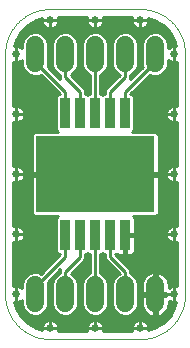
<source format=gtl>
G75*
%MOIN*%
%OFA0B0*%
%FSLAX25Y25*%
%IPPOS*%
%LPD*%
%AMOC8*
5,1,8,0,0,1.08239X$1,22.5*
%
%ADD10C,0.00394*%
%ADD11R,0.03400X0.10200*%
%ADD12R,0.39370X0.25197*%
%ADD13C,0.02362*%
%ADD14C,0.06000*%
%ADD15C,0.00984*%
%ADD16C,0.02559*%
D10*
X0023000Y0023933D02*
X0053000Y0023933D01*
X0053362Y0023937D01*
X0053725Y0023951D01*
X0054087Y0023972D01*
X0054448Y0024003D01*
X0054808Y0024042D01*
X0055167Y0024090D01*
X0055525Y0024147D01*
X0055882Y0024212D01*
X0056237Y0024286D01*
X0056590Y0024369D01*
X0056941Y0024460D01*
X0057289Y0024559D01*
X0057635Y0024667D01*
X0057979Y0024783D01*
X0058319Y0024908D01*
X0058656Y0025040D01*
X0058990Y0025181D01*
X0059321Y0025330D01*
X0059648Y0025487D01*
X0059971Y0025651D01*
X0060290Y0025823D01*
X0060604Y0026003D01*
X0060915Y0026191D01*
X0061220Y0026386D01*
X0061521Y0026588D01*
X0061817Y0026798D01*
X0062107Y0027014D01*
X0062393Y0027238D01*
X0062673Y0027468D01*
X0062947Y0027705D01*
X0063215Y0027949D01*
X0063478Y0028199D01*
X0063734Y0028455D01*
X0063984Y0028718D01*
X0064228Y0028986D01*
X0064465Y0029260D01*
X0064695Y0029540D01*
X0064919Y0029826D01*
X0065135Y0030116D01*
X0065345Y0030412D01*
X0065547Y0030713D01*
X0065742Y0031018D01*
X0065930Y0031329D01*
X0066110Y0031643D01*
X0066282Y0031962D01*
X0066446Y0032285D01*
X0066603Y0032612D01*
X0066752Y0032943D01*
X0066893Y0033277D01*
X0067025Y0033614D01*
X0067150Y0033954D01*
X0067266Y0034298D01*
X0067374Y0034644D01*
X0067473Y0034992D01*
X0067564Y0035343D01*
X0067647Y0035696D01*
X0067721Y0036051D01*
X0067786Y0036408D01*
X0067843Y0036766D01*
X0067891Y0037125D01*
X0067930Y0037485D01*
X0067961Y0037846D01*
X0067982Y0038208D01*
X0067996Y0038571D01*
X0068000Y0038933D01*
X0068000Y0118933D01*
X0067996Y0119295D01*
X0067982Y0119658D01*
X0067961Y0120020D01*
X0067930Y0120381D01*
X0067891Y0120741D01*
X0067843Y0121100D01*
X0067786Y0121458D01*
X0067721Y0121815D01*
X0067647Y0122170D01*
X0067564Y0122523D01*
X0067473Y0122874D01*
X0067374Y0123222D01*
X0067266Y0123568D01*
X0067150Y0123912D01*
X0067025Y0124252D01*
X0066893Y0124589D01*
X0066752Y0124923D01*
X0066603Y0125254D01*
X0066446Y0125581D01*
X0066282Y0125904D01*
X0066110Y0126223D01*
X0065930Y0126537D01*
X0065742Y0126848D01*
X0065547Y0127153D01*
X0065345Y0127454D01*
X0065135Y0127750D01*
X0064919Y0128040D01*
X0064695Y0128326D01*
X0064465Y0128606D01*
X0064228Y0128880D01*
X0063984Y0129148D01*
X0063734Y0129411D01*
X0063478Y0129667D01*
X0063215Y0129917D01*
X0062947Y0130161D01*
X0062673Y0130398D01*
X0062393Y0130628D01*
X0062107Y0130852D01*
X0061817Y0131068D01*
X0061521Y0131278D01*
X0061220Y0131480D01*
X0060915Y0131675D01*
X0060604Y0131863D01*
X0060290Y0132043D01*
X0059971Y0132215D01*
X0059648Y0132379D01*
X0059321Y0132536D01*
X0058990Y0132685D01*
X0058656Y0132826D01*
X0058319Y0132958D01*
X0057979Y0133083D01*
X0057635Y0133199D01*
X0057289Y0133307D01*
X0056941Y0133406D01*
X0056590Y0133497D01*
X0056237Y0133580D01*
X0055882Y0133654D01*
X0055525Y0133719D01*
X0055167Y0133776D01*
X0054808Y0133824D01*
X0054448Y0133863D01*
X0054087Y0133894D01*
X0053725Y0133915D01*
X0053362Y0133929D01*
X0053000Y0133933D01*
X0023000Y0133933D01*
X0022638Y0133929D01*
X0022275Y0133915D01*
X0021913Y0133894D01*
X0021552Y0133863D01*
X0021192Y0133824D01*
X0020833Y0133776D01*
X0020475Y0133719D01*
X0020118Y0133654D01*
X0019763Y0133580D01*
X0019410Y0133497D01*
X0019059Y0133406D01*
X0018711Y0133307D01*
X0018365Y0133199D01*
X0018021Y0133083D01*
X0017681Y0132958D01*
X0017344Y0132826D01*
X0017010Y0132685D01*
X0016679Y0132536D01*
X0016352Y0132379D01*
X0016029Y0132215D01*
X0015710Y0132043D01*
X0015396Y0131863D01*
X0015085Y0131675D01*
X0014780Y0131480D01*
X0014479Y0131278D01*
X0014183Y0131068D01*
X0013893Y0130852D01*
X0013607Y0130628D01*
X0013327Y0130398D01*
X0013053Y0130161D01*
X0012785Y0129917D01*
X0012522Y0129667D01*
X0012266Y0129411D01*
X0012016Y0129148D01*
X0011772Y0128880D01*
X0011535Y0128606D01*
X0011305Y0128326D01*
X0011081Y0128040D01*
X0010865Y0127750D01*
X0010655Y0127454D01*
X0010453Y0127153D01*
X0010258Y0126848D01*
X0010070Y0126537D01*
X0009890Y0126223D01*
X0009718Y0125904D01*
X0009554Y0125581D01*
X0009397Y0125254D01*
X0009248Y0124923D01*
X0009107Y0124589D01*
X0008975Y0124252D01*
X0008850Y0123912D01*
X0008734Y0123568D01*
X0008626Y0123222D01*
X0008527Y0122874D01*
X0008436Y0122523D01*
X0008353Y0122170D01*
X0008279Y0121815D01*
X0008214Y0121458D01*
X0008157Y0121100D01*
X0008109Y0120741D01*
X0008070Y0120381D01*
X0008039Y0120020D01*
X0008018Y0119658D01*
X0008004Y0119295D01*
X0008000Y0118933D01*
X0008000Y0038933D01*
X0008004Y0038571D01*
X0008018Y0038208D01*
X0008039Y0037846D01*
X0008070Y0037485D01*
X0008109Y0037125D01*
X0008157Y0036766D01*
X0008214Y0036408D01*
X0008279Y0036051D01*
X0008353Y0035696D01*
X0008436Y0035343D01*
X0008527Y0034992D01*
X0008626Y0034644D01*
X0008734Y0034298D01*
X0008850Y0033954D01*
X0008975Y0033614D01*
X0009107Y0033277D01*
X0009248Y0032943D01*
X0009397Y0032612D01*
X0009554Y0032285D01*
X0009718Y0031962D01*
X0009890Y0031643D01*
X0010070Y0031329D01*
X0010258Y0031018D01*
X0010453Y0030713D01*
X0010655Y0030412D01*
X0010865Y0030116D01*
X0011081Y0029826D01*
X0011305Y0029540D01*
X0011535Y0029260D01*
X0011772Y0028986D01*
X0012016Y0028718D01*
X0012266Y0028455D01*
X0012522Y0028199D01*
X0012785Y0027949D01*
X0013053Y0027705D01*
X0013327Y0027468D01*
X0013607Y0027238D01*
X0013893Y0027014D01*
X0014183Y0026798D01*
X0014479Y0026588D01*
X0014780Y0026386D01*
X0015085Y0026191D01*
X0015396Y0026003D01*
X0015710Y0025823D01*
X0016029Y0025651D01*
X0016352Y0025487D01*
X0016679Y0025330D01*
X0017010Y0025181D01*
X0017344Y0025040D01*
X0017681Y0024908D01*
X0018021Y0024783D01*
X0018365Y0024667D01*
X0018711Y0024559D01*
X0019059Y0024460D01*
X0019410Y0024369D01*
X0019763Y0024286D01*
X0020118Y0024212D01*
X0020475Y0024147D01*
X0020833Y0024090D01*
X0021192Y0024042D01*
X0021552Y0024003D01*
X0021913Y0023972D01*
X0022275Y0023951D01*
X0022638Y0023937D01*
X0023000Y0023933D01*
D11*
X0028000Y0058586D03*
X0033000Y0058586D03*
X0038000Y0058586D03*
X0043000Y0058586D03*
X0048000Y0058586D03*
X0048000Y0099281D03*
X0043000Y0099281D03*
X0038000Y0099281D03*
X0033000Y0099281D03*
X0028000Y0099281D03*
D12*
X0038000Y0078933D03*
D13*
X0053000Y0078933D03*
X0023000Y0068933D03*
X0023000Y0088933D03*
D14*
X0018000Y0115933D02*
X0018000Y0121933D01*
X0028000Y0121933D02*
X0028000Y0115933D01*
X0038000Y0115933D02*
X0038000Y0121933D01*
X0048000Y0121933D02*
X0048000Y0115933D01*
X0058000Y0115933D02*
X0058000Y0121933D01*
X0058000Y0041933D02*
X0058000Y0035933D01*
X0048000Y0035933D02*
X0048000Y0041933D01*
X0038000Y0041933D02*
X0038000Y0035933D01*
X0028000Y0035933D02*
X0028000Y0041933D01*
X0018000Y0041933D02*
X0018000Y0035933D01*
D15*
X0015486Y0029141D02*
X0018277Y0027530D01*
X0020313Y0026984D01*
X0020228Y0027410D01*
X0020228Y0027683D01*
X0023000Y0027683D01*
X0023000Y0027683D01*
X0025772Y0027683D01*
X0025772Y0027410D01*
X0025665Y0026875D01*
X0025547Y0026591D01*
X0035453Y0026591D01*
X0035335Y0026875D01*
X0035228Y0027410D01*
X0035228Y0027683D01*
X0038000Y0027683D01*
X0038000Y0027683D01*
X0040772Y0027683D01*
X0040772Y0027410D01*
X0040665Y0026875D01*
X0040547Y0026591D01*
X0050453Y0026591D01*
X0050335Y0026875D01*
X0050228Y0027410D01*
X0050228Y0027683D01*
X0053000Y0027683D01*
X0053000Y0027683D01*
X0055772Y0027683D01*
X0055772Y0027410D01*
X0055687Y0026984D01*
X0057723Y0027530D01*
X0060514Y0029141D01*
X0062792Y0031419D01*
X0064403Y0034210D01*
X0064403Y0034210D01*
X0064949Y0036246D01*
X0064523Y0036161D01*
X0064250Y0036161D01*
X0064250Y0038933D01*
X0064250Y0038933D01*
X0064250Y0036161D01*
X0063977Y0036161D01*
X0063442Y0036268D01*
X0062937Y0036477D01*
X0062492Y0036774D01*
X0062492Y0035580D01*
X0062382Y0034881D01*
X0062163Y0034209D01*
X0061842Y0033579D01*
X0061426Y0033007D01*
X0060926Y0032507D01*
X0060354Y0032091D01*
X0059724Y0031770D01*
X0059052Y0031552D01*
X0058492Y0031463D01*
X0058492Y0038441D01*
X0057508Y0038441D01*
X0057508Y0031463D01*
X0056948Y0031552D01*
X0056276Y0031770D01*
X0055646Y0032091D01*
X0055074Y0032507D01*
X0054574Y0033007D01*
X0054158Y0033579D01*
X0053837Y0034209D01*
X0053618Y0034881D01*
X0053508Y0035580D01*
X0053508Y0038441D01*
X0057508Y0038441D01*
X0057508Y0039425D01*
X0053508Y0039425D01*
X0053508Y0042287D01*
X0053618Y0042985D01*
X0053837Y0043657D01*
X0054158Y0044287D01*
X0054574Y0044859D01*
X0055074Y0045359D01*
X0055646Y0045775D01*
X0056276Y0046096D01*
X0056948Y0046315D01*
X0057508Y0046403D01*
X0057508Y0039425D01*
X0058492Y0039425D01*
X0061522Y0039425D01*
X0061478Y0039206D01*
X0061478Y0038933D01*
X0064250Y0038933D01*
X0064250Y0038933D01*
X0061478Y0038933D01*
X0061478Y0038660D01*
X0061522Y0038441D01*
X0058492Y0038441D01*
X0058492Y0039425D01*
X0058492Y0046403D01*
X0059052Y0046315D01*
X0059724Y0046096D01*
X0060354Y0045775D01*
X0060926Y0045359D01*
X0061426Y0044859D01*
X0061842Y0044287D01*
X0062163Y0043657D01*
X0062382Y0042985D01*
X0062492Y0042287D01*
X0062492Y0041092D01*
X0062937Y0041389D01*
X0063442Y0041598D01*
X0063977Y0041705D01*
X0064250Y0041705D01*
X0064250Y0038933D01*
X0064250Y0038933D01*
X0064250Y0041705D01*
X0064523Y0041705D01*
X0065058Y0041598D01*
X0065343Y0041481D01*
X0065343Y0056386D01*
X0065058Y0056268D01*
X0064523Y0056161D01*
X0064250Y0056161D01*
X0064250Y0058933D01*
X0064250Y0058933D01*
X0064250Y0056161D01*
X0063977Y0056161D01*
X0063442Y0056268D01*
X0062937Y0056477D01*
X0062483Y0056780D01*
X0062097Y0057166D01*
X0061794Y0057620D01*
X0061585Y0058125D01*
X0061478Y0058660D01*
X0061478Y0058933D01*
X0064250Y0058933D01*
X0064250Y0058933D01*
X0061478Y0058933D01*
X0061478Y0059206D01*
X0061585Y0059742D01*
X0061794Y0060246D01*
X0062097Y0060700D01*
X0062483Y0061086D01*
X0062937Y0061389D01*
X0063442Y0061598D01*
X0063977Y0061705D01*
X0064250Y0061705D01*
X0064250Y0058933D01*
X0064250Y0058933D01*
X0064250Y0061705D01*
X0064523Y0061705D01*
X0065058Y0061598D01*
X0065343Y0061481D01*
X0065343Y0076386D01*
X0065058Y0076268D01*
X0064523Y0076161D01*
X0064250Y0076161D01*
X0064250Y0078933D01*
X0064250Y0078933D01*
X0064250Y0076161D01*
X0063977Y0076161D01*
X0063442Y0076268D01*
X0062937Y0076477D01*
X0062483Y0076780D01*
X0062097Y0077166D01*
X0061794Y0077620D01*
X0061585Y0078125D01*
X0061478Y0078660D01*
X0061478Y0078933D01*
X0064250Y0078933D01*
X0064250Y0078933D01*
X0061478Y0078933D01*
X0061478Y0079206D01*
X0061585Y0079742D01*
X0061794Y0080246D01*
X0062097Y0080700D01*
X0062483Y0081086D01*
X0062937Y0081389D01*
X0063442Y0081598D01*
X0063977Y0081705D01*
X0064250Y0081705D01*
X0064250Y0078933D01*
X0064250Y0078933D01*
X0064250Y0081705D01*
X0064523Y0081705D01*
X0065058Y0081598D01*
X0065343Y0081481D01*
X0065343Y0096386D01*
X0065058Y0096268D01*
X0064523Y0096161D01*
X0064250Y0096161D01*
X0064250Y0098933D01*
X0064250Y0098933D01*
X0064250Y0096161D01*
X0063977Y0096161D01*
X0063442Y0096268D01*
X0062937Y0096477D01*
X0062483Y0096780D01*
X0062097Y0097166D01*
X0061794Y0097620D01*
X0061585Y0098125D01*
X0061478Y0098660D01*
X0061478Y0098933D01*
X0064250Y0098933D01*
X0064250Y0098933D01*
X0061478Y0098933D01*
X0061478Y0099206D01*
X0061585Y0099742D01*
X0061794Y0100246D01*
X0062097Y0100700D01*
X0062483Y0101086D01*
X0062937Y0101389D01*
X0063442Y0101598D01*
X0063977Y0101705D01*
X0064250Y0101705D01*
X0064250Y0098933D01*
X0064250Y0098933D01*
X0064250Y0101705D01*
X0064523Y0101705D01*
X0065058Y0101598D01*
X0065343Y0101481D01*
X0065343Y0116386D01*
X0065058Y0116268D01*
X0064523Y0116161D01*
X0064250Y0116161D01*
X0064250Y0118933D01*
X0064250Y0118933D01*
X0064250Y0116161D01*
X0063977Y0116161D01*
X0063442Y0116268D01*
X0062937Y0116477D01*
X0062483Y0116780D01*
X0062280Y0116984D01*
X0062280Y0115082D01*
X0061628Y0113509D01*
X0060424Y0112305D01*
X0058851Y0111654D01*
X0057149Y0111654D01*
X0056143Y0112070D01*
X0049772Y0105699D01*
X0049772Y0105660D01*
X0050230Y0105660D01*
X0050980Y0104911D01*
X0050980Y0093651D01*
X0050353Y0093024D01*
X0057881Y0093024D01*
X0058261Y0092922D01*
X0058601Y0092725D01*
X0058879Y0092448D01*
X0059075Y0092107D01*
X0059177Y0091728D01*
X0059177Y0079425D01*
X0055628Y0079425D01*
X0055673Y0079196D01*
X0055673Y0078933D01*
X0053000Y0078933D01*
X0053000Y0078933D01*
X0050327Y0078933D01*
X0050327Y0078670D01*
X0050372Y0078441D01*
X0038492Y0078441D01*
X0038492Y0079425D01*
X0050372Y0079425D01*
X0050327Y0079196D01*
X0050327Y0078933D01*
X0053000Y0078933D01*
X0053000Y0078933D01*
X0055673Y0078933D01*
X0055673Y0078670D01*
X0055628Y0078441D01*
X0059177Y0078441D01*
X0059177Y0066138D01*
X0059075Y0065759D01*
X0058879Y0065418D01*
X0058601Y0065141D01*
X0058261Y0064944D01*
X0057881Y0064843D01*
X0050653Y0064843D01*
X0050894Y0064602D01*
X0051090Y0064262D01*
X0051192Y0063882D01*
X0051192Y0058943D01*
X0048358Y0058943D01*
X0048358Y0058228D01*
X0051192Y0058228D01*
X0051192Y0053289D01*
X0051090Y0052910D01*
X0050894Y0052569D01*
X0050616Y0052292D01*
X0050276Y0052095D01*
X0049896Y0051993D01*
X0048358Y0051993D01*
X0048358Y0058228D01*
X0047642Y0058228D01*
X0047642Y0051993D01*
X0046104Y0051993D01*
X0045724Y0052095D01*
X0045384Y0052292D01*
X0045350Y0052326D01*
X0045230Y0052206D01*
X0044772Y0052206D01*
X0044772Y0052167D01*
X0048734Y0048205D01*
X0049772Y0047167D01*
X0049772Y0045831D01*
X0050424Y0045561D01*
X0051628Y0044357D01*
X0052280Y0042784D01*
X0052280Y0035082D01*
X0051628Y0033509D01*
X0050424Y0032305D01*
X0048851Y0031654D01*
X0047149Y0031654D01*
X0045576Y0032305D01*
X0044372Y0033509D01*
X0043720Y0035082D01*
X0043720Y0042784D01*
X0044372Y0044357D01*
X0045576Y0045561D01*
X0046135Y0045793D01*
X0041228Y0050699D01*
X0041228Y0052206D01*
X0040770Y0052206D01*
X0040500Y0052476D01*
X0040230Y0052206D01*
X0039772Y0052206D01*
X0039772Y0045831D01*
X0040424Y0045561D01*
X0041628Y0044357D01*
X0042280Y0042784D01*
X0042280Y0035082D01*
X0041628Y0033509D01*
X0040424Y0032305D01*
X0038851Y0031654D01*
X0037149Y0031654D01*
X0035576Y0032305D01*
X0034372Y0033509D01*
X0033720Y0035082D01*
X0033720Y0042784D01*
X0034372Y0044357D01*
X0035576Y0045561D01*
X0036228Y0045831D01*
X0036228Y0052206D01*
X0035770Y0052206D01*
X0035500Y0052476D01*
X0035230Y0052206D01*
X0034772Y0052206D01*
X0034772Y0050699D01*
X0029865Y0045793D01*
X0030424Y0045561D01*
X0031628Y0044357D01*
X0032280Y0042784D01*
X0032280Y0035082D01*
X0031628Y0033509D01*
X0030424Y0032305D01*
X0028851Y0031654D01*
X0027149Y0031654D01*
X0025576Y0032305D01*
X0024372Y0033509D01*
X0023720Y0035082D01*
X0023720Y0042784D01*
X0024372Y0044357D01*
X0025576Y0045561D01*
X0026228Y0045831D01*
X0026228Y0047156D01*
X0022156Y0043083D01*
X0022280Y0042784D01*
X0022280Y0035082D01*
X0021628Y0033509D01*
X0020424Y0032305D01*
X0018851Y0031654D01*
X0017149Y0031654D01*
X0015576Y0032305D01*
X0014372Y0033509D01*
X0013720Y0035082D01*
X0013720Y0036984D01*
X0013517Y0036780D01*
X0013063Y0036477D01*
X0012558Y0036268D01*
X0012023Y0036161D01*
X0011750Y0036161D01*
X0011750Y0038933D01*
X0011750Y0038933D01*
X0011750Y0036161D01*
X0011477Y0036161D01*
X0011051Y0036246D01*
X0011597Y0034210D01*
X0013208Y0031419D01*
X0015486Y0029141D01*
X0015847Y0028933D02*
X0020518Y0028933D01*
X0020544Y0028996D02*
X0020335Y0028492D01*
X0020228Y0027956D01*
X0020228Y0027683D01*
X0023000Y0027683D01*
X0023000Y0027683D01*
X0025772Y0027683D01*
X0025772Y0027956D01*
X0025665Y0028492D01*
X0025456Y0028996D01*
X0025153Y0029450D01*
X0024767Y0029836D01*
X0024313Y0030139D01*
X0023808Y0030348D01*
X0023273Y0030455D01*
X0023000Y0030455D01*
X0022727Y0030455D01*
X0022192Y0030348D01*
X0021687Y0030139D01*
X0021233Y0029836D01*
X0020847Y0029450D01*
X0020544Y0028996D01*
X0020228Y0027950D02*
X0017549Y0027950D01*
X0014712Y0029916D02*
X0021353Y0029916D01*
X0023000Y0029916D02*
X0023000Y0029916D01*
X0023000Y0030455D02*
X0023000Y0027683D01*
X0023000Y0027683D01*
X0023000Y0030455D01*
X0023000Y0028933D02*
X0023000Y0028933D01*
X0023000Y0027950D02*
X0023000Y0027950D01*
X0024647Y0029916D02*
X0036353Y0029916D01*
X0036233Y0029836D02*
X0035847Y0029450D01*
X0035544Y0028996D01*
X0035335Y0028492D01*
X0035228Y0027956D01*
X0035228Y0027683D01*
X0038000Y0027683D01*
X0038000Y0027683D01*
X0040772Y0027683D01*
X0040772Y0027956D01*
X0040665Y0028492D01*
X0040456Y0028996D01*
X0040153Y0029450D01*
X0039767Y0029836D01*
X0039313Y0030139D01*
X0038808Y0030348D01*
X0038273Y0030455D01*
X0038000Y0030455D01*
X0037727Y0030455D01*
X0037192Y0030348D01*
X0036687Y0030139D01*
X0036233Y0029836D01*
X0035518Y0028933D02*
X0025482Y0028933D01*
X0025772Y0027950D02*
X0035228Y0027950D01*
X0035316Y0026968D02*
X0025684Y0026968D01*
X0026599Y0031881D02*
X0019401Y0031881D01*
X0020983Y0032864D02*
X0025017Y0032864D01*
X0024232Y0033847D02*
X0021768Y0033847D01*
X0022175Y0034830D02*
X0023825Y0034830D01*
X0023720Y0035812D02*
X0022280Y0035812D01*
X0022280Y0036795D02*
X0023720Y0036795D01*
X0023720Y0037778D02*
X0022280Y0037778D01*
X0022280Y0038761D02*
X0023720Y0038761D01*
X0023720Y0039743D02*
X0022280Y0039743D01*
X0022280Y0040726D02*
X0023720Y0040726D01*
X0023720Y0041709D02*
X0022280Y0041709D01*
X0022280Y0042692D02*
X0023720Y0042692D01*
X0024089Y0043675D02*
X0022747Y0043675D01*
X0023730Y0044657D02*
X0024672Y0044657D01*
X0024712Y0045640D02*
X0025767Y0045640D01*
X0025695Y0046623D02*
X0026228Y0046623D01*
X0028000Y0046433D02*
X0028000Y0038933D01*
X0031911Y0043675D02*
X0034089Y0043675D01*
X0033720Y0042692D02*
X0032280Y0042692D01*
X0032280Y0041709D02*
X0033720Y0041709D01*
X0033720Y0040726D02*
X0032280Y0040726D01*
X0032280Y0039743D02*
X0033720Y0039743D01*
X0033720Y0038761D02*
X0032280Y0038761D01*
X0032280Y0037778D02*
X0033720Y0037778D01*
X0033720Y0036795D02*
X0032280Y0036795D01*
X0032280Y0035812D02*
X0033720Y0035812D01*
X0033825Y0034830D02*
X0032175Y0034830D01*
X0031768Y0033847D02*
X0034232Y0033847D01*
X0035017Y0032864D02*
X0030983Y0032864D01*
X0029401Y0031881D02*
X0036599Y0031881D01*
X0038000Y0030455D02*
X0038000Y0027683D01*
X0038000Y0027683D01*
X0038000Y0030455D01*
X0038000Y0029916D02*
X0038000Y0029916D01*
X0038000Y0028933D02*
X0038000Y0028933D01*
X0038000Y0027950D02*
X0038000Y0027950D01*
X0039647Y0029916D02*
X0051353Y0029916D01*
X0051233Y0029836D02*
X0050847Y0029450D01*
X0050544Y0028996D01*
X0050335Y0028492D01*
X0050228Y0027956D01*
X0050228Y0027683D01*
X0053000Y0027683D01*
X0053000Y0027683D01*
X0055772Y0027683D01*
X0055772Y0027956D01*
X0055665Y0028492D01*
X0055456Y0028996D01*
X0055153Y0029450D01*
X0054767Y0029836D01*
X0054313Y0030139D01*
X0053808Y0030348D01*
X0053273Y0030455D01*
X0053000Y0030455D01*
X0052727Y0030455D01*
X0052192Y0030348D01*
X0051687Y0030139D01*
X0051233Y0029836D01*
X0050518Y0028933D02*
X0040482Y0028933D01*
X0040772Y0027950D02*
X0050228Y0027950D01*
X0050316Y0026968D02*
X0040684Y0026968D01*
X0039401Y0031881D02*
X0046599Y0031881D01*
X0045017Y0032864D02*
X0040983Y0032864D01*
X0041768Y0033847D02*
X0044232Y0033847D01*
X0043825Y0034830D02*
X0042175Y0034830D01*
X0042280Y0035812D02*
X0043720Y0035812D01*
X0043720Y0036795D02*
X0042280Y0036795D01*
X0042280Y0037778D02*
X0043720Y0037778D01*
X0043720Y0038761D02*
X0042280Y0038761D01*
X0042280Y0039743D02*
X0043720Y0039743D01*
X0043720Y0040726D02*
X0042280Y0040726D01*
X0042280Y0041709D02*
X0043720Y0041709D01*
X0043720Y0042692D02*
X0042280Y0042692D01*
X0041911Y0043675D02*
X0044089Y0043675D01*
X0044672Y0044657D02*
X0041328Y0044657D01*
X0040233Y0045640D02*
X0045767Y0045640D01*
X0045305Y0046623D02*
X0039772Y0046623D01*
X0039772Y0047606D02*
X0044322Y0047606D01*
X0043339Y0048588D02*
X0039772Y0048588D01*
X0039772Y0049571D02*
X0042356Y0049571D01*
X0041374Y0050554D02*
X0039772Y0050554D01*
X0039772Y0051537D02*
X0041228Y0051537D01*
X0043000Y0051433D02*
X0048000Y0046433D01*
X0048000Y0038933D01*
X0052280Y0038761D02*
X0057508Y0038761D01*
X0057508Y0039743D02*
X0058492Y0039743D01*
X0058492Y0038761D02*
X0061478Y0038761D01*
X0062492Y0041709D02*
X0065343Y0041709D01*
X0065343Y0042692D02*
X0062428Y0042692D01*
X0062154Y0043675D02*
X0065343Y0043675D01*
X0065343Y0044657D02*
X0061573Y0044657D01*
X0060540Y0045640D02*
X0065343Y0045640D01*
X0065343Y0046623D02*
X0049772Y0046623D01*
X0049333Y0047606D02*
X0065343Y0047606D01*
X0065343Y0048588D02*
X0048350Y0048588D01*
X0047367Y0049571D02*
X0065343Y0049571D01*
X0065343Y0050554D02*
X0046385Y0050554D01*
X0045402Y0051537D02*
X0065343Y0051537D01*
X0065343Y0052519D02*
X0050844Y0052519D01*
X0051192Y0053502D02*
X0065343Y0053502D01*
X0065343Y0054485D02*
X0051192Y0054485D01*
X0051192Y0055468D02*
X0065343Y0055468D01*
X0064250Y0056450D02*
X0064250Y0056450D01*
X0064250Y0057433D02*
X0064250Y0057433D01*
X0064250Y0058416D02*
X0064250Y0058416D01*
X0064250Y0059399D02*
X0064250Y0059399D01*
X0064250Y0060381D02*
X0064250Y0060381D01*
X0064250Y0061364D02*
X0064250Y0061364D01*
X0065343Y0062347D02*
X0051192Y0062347D01*
X0051192Y0061364D02*
X0062900Y0061364D01*
X0061884Y0060381D02*
X0051192Y0060381D01*
X0051192Y0059399D02*
X0061517Y0059399D01*
X0061527Y0058416D02*
X0048358Y0058416D01*
X0048358Y0057433D02*
X0047642Y0057433D01*
X0047642Y0056450D02*
X0048358Y0056450D01*
X0048358Y0055468D02*
X0047642Y0055468D01*
X0047642Y0054485D02*
X0048358Y0054485D01*
X0048358Y0053502D02*
X0047642Y0053502D01*
X0047642Y0052519D02*
X0048358Y0052519D01*
X0051192Y0056450D02*
X0063001Y0056450D01*
X0061919Y0057433D02*
X0051192Y0057433D01*
X0051192Y0063330D02*
X0065343Y0063330D01*
X0065343Y0064313D02*
X0051061Y0064313D01*
X0058756Y0065295D02*
X0065343Y0065295D01*
X0065343Y0066278D02*
X0059177Y0066278D01*
X0059177Y0067261D02*
X0065343Y0067261D01*
X0065343Y0068244D02*
X0059177Y0068244D01*
X0059177Y0069226D02*
X0065343Y0069226D01*
X0065343Y0070209D02*
X0059177Y0070209D01*
X0059177Y0071192D02*
X0065343Y0071192D01*
X0065343Y0072175D02*
X0059177Y0072175D01*
X0059177Y0073157D02*
X0065343Y0073157D01*
X0065343Y0074140D02*
X0059177Y0074140D01*
X0059177Y0075123D02*
X0065343Y0075123D01*
X0065343Y0076106D02*
X0059177Y0076106D01*
X0059177Y0077088D02*
X0062175Y0077088D01*
X0061607Y0078071D02*
X0059177Y0078071D01*
X0059177Y0080037D02*
X0061707Y0080037D01*
X0061478Y0079054D02*
X0055673Y0079054D01*
X0059177Y0081020D02*
X0062417Y0081020D01*
X0064250Y0081020D02*
X0064250Y0081020D01*
X0064250Y0080037D02*
X0064250Y0080037D01*
X0064250Y0079054D02*
X0064250Y0079054D01*
X0064250Y0078071D02*
X0064250Y0078071D01*
X0064250Y0077088D02*
X0064250Y0077088D01*
X0065343Y0082002D02*
X0059177Y0082002D01*
X0059177Y0082985D02*
X0065343Y0082985D01*
X0065343Y0083968D02*
X0059177Y0083968D01*
X0059177Y0084951D02*
X0065343Y0084951D01*
X0065343Y0085933D02*
X0059177Y0085933D01*
X0059177Y0086916D02*
X0065343Y0086916D01*
X0065343Y0087899D02*
X0059177Y0087899D01*
X0059177Y0088882D02*
X0065343Y0088882D01*
X0065343Y0089864D02*
X0059177Y0089864D01*
X0059177Y0090847D02*
X0065343Y0090847D01*
X0065343Y0091830D02*
X0059150Y0091830D01*
X0058450Y0092813D02*
X0065343Y0092813D01*
X0065343Y0093795D02*
X0050980Y0093795D01*
X0050980Y0094778D02*
X0065343Y0094778D01*
X0065343Y0095761D02*
X0050980Y0095761D01*
X0050980Y0096744D02*
X0062538Y0096744D01*
X0061750Y0097727D02*
X0050980Y0097727D01*
X0050980Y0098709D02*
X0061478Y0098709D01*
X0061575Y0099692D02*
X0050980Y0099692D01*
X0050980Y0100675D02*
X0062080Y0100675D01*
X0063740Y0101658D02*
X0050980Y0101658D01*
X0050980Y0102640D02*
X0065343Y0102640D01*
X0065343Y0101658D02*
X0064760Y0101658D01*
X0064250Y0101658D02*
X0064250Y0101658D01*
X0064250Y0100675D02*
X0064250Y0100675D01*
X0064250Y0099692D02*
X0064250Y0099692D01*
X0064250Y0098709D02*
X0064250Y0098709D01*
X0064250Y0097727D02*
X0064250Y0097727D01*
X0064250Y0096744D02*
X0064250Y0096744D01*
X0065343Y0103623D02*
X0050980Y0103623D01*
X0050980Y0104606D02*
X0065343Y0104606D01*
X0065343Y0105589D02*
X0050301Y0105589D01*
X0050644Y0106571D02*
X0065343Y0106571D01*
X0065343Y0107554D02*
X0051627Y0107554D01*
X0052609Y0108537D02*
X0065343Y0108537D01*
X0065343Y0109520D02*
X0053592Y0109520D01*
X0054575Y0110502D02*
X0065343Y0110502D01*
X0065343Y0111485D02*
X0055558Y0111485D01*
X0053495Y0114433D02*
X0052011Y0114433D01*
X0052280Y0115082D02*
X0052280Y0122784D01*
X0051628Y0124357D01*
X0050424Y0125561D01*
X0048851Y0126213D01*
X0047149Y0126213D01*
X0045576Y0125561D01*
X0044372Y0124357D01*
X0043720Y0122784D01*
X0043720Y0115082D01*
X0044372Y0113509D01*
X0045576Y0112305D01*
X0046135Y0112073D01*
X0041228Y0107167D01*
X0041228Y0105660D01*
X0040770Y0105660D01*
X0040500Y0105390D01*
X0040230Y0105660D01*
X0039772Y0105660D01*
X0039772Y0112035D01*
X0040424Y0112305D01*
X0041628Y0113509D01*
X0042280Y0115082D01*
X0042280Y0122784D01*
X0041628Y0124357D01*
X0040424Y0125561D01*
X0038851Y0126213D01*
X0037149Y0126213D01*
X0035576Y0125561D01*
X0034372Y0124357D01*
X0033720Y0122784D01*
X0033720Y0115082D01*
X0034372Y0113509D01*
X0035576Y0112305D01*
X0036228Y0112035D01*
X0036228Y0105660D01*
X0035770Y0105660D01*
X0035500Y0105390D01*
X0035230Y0105660D01*
X0034772Y0105660D01*
X0034772Y0107167D01*
X0029865Y0112073D01*
X0030424Y0112305D01*
X0031628Y0113509D01*
X0032280Y0115082D01*
X0032280Y0122784D01*
X0031628Y0124357D01*
X0030424Y0125561D01*
X0028851Y0126213D01*
X0027149Y0126213D01*
X0025576Y0125561D01*
X0024372Y0124357D01*
X0023720Y0122784D01*
X0023720Y0115082D01*
X0024372Y0113509D01*
X0025576Y0112305D01*
X0026228Y0112035D01*
X0026228Y0110710D01*
X0022156Y0114783D01*
X0022280Y0115082D01*
X0022280Y0122784D01*
X0021628Y0124357D01*
X0020424Y0125561D01*
X0018851Y0126213D01*
X0017149Y0126213D01*
X0015576Y0125561D01*
X0014372Y0124357D01*
X0013720Y0122784D01*
X0013720Y0120882D01*
X0013517Y0121086D01*
X0013063Y0121389D01*
X0012558Y0121598D01*
X0012023Y0121705D01*
X0011750Y0121705D01*
X0011477Y0121705D01*
X0011051Y0121620D01*
X0011597Y0123656D01*
X0013208Y0126447D01*
X0015486Y0128725D01*
X0018277Y0130336D01*
X0020313Y0130882D01*
X0020228Y0130456D01*
X0020228Y0130183D01*
X0020228Y0129910D01*
X0020335Y0129375D01*
X0020544Y0128870D01*
X0020847Y0128416D01*
X0021233Y0128030D01*
X0021687Y0127727D01*
X0022192Y0127518D01*
X0022727Y0127411D01*
X0023000Y0127411D01*
X0023273Y0127411D01*
X0023808Y0127518D01*
X0024313Y0127727D01*
X0024767Y0128030D01*
X0025153Y0128416D01*
X0025456Y0128870D01*
X0025665Y0129375D01*
X0025772Y0129910D01*
X0025772Y0130183D01*
X0023000Y0130183D01*
X0023000Y0127411D01*
X0023000Y0130183D01*
X0023000Y0130183D01*
X0023000Y0130183D01*
X0020228Y0130183D01*
X0023000Y0130183D01*
X0023000Y0130183D01*
X0025772Y0130183D01*
X0025772Y0130456D01*
X0025665Y0130992D01*
X0025547Y0131276D01*
X0035453Y0131276D01*
X0035335Y0130992D01*
X0035228Y0130456D01*
X0035228Y0130183D01*
X0035228Y0129910D01*
X0035335Y0129375D01*
X0035544Y0128870D01*
X0035847Y0128416D01*
X0036233Y0128030D01*
X0036687Y0127727D01*
X0037192Y0127518D01*
X0037727Y0127411D01*
X0038000Y0127411D01*
X0038273Y0127411D01*
X0038808Y0127518D01*
X0039313Y0127727D01*
X0039767Y0128030D01*
X0040153Y0128416D01*
X0040456Y0128870D01*
X0040665Y0129375D01*
X0040772Y0129910D01*
X0040772Y0130183D01*
X0038000Y0130183D01*
X0038000Y0127411D01*
X0038000Y0130183D01*
X0038000Y0130183D01*
X0038000Y0130183D01*
X0035228Y0130183D01*
X0038000Y0130183D01*
X0038000Y0130183D01*
X0040772Y0130183D01*
X0040772Y0130456D01*
X0040665Y0130992D01*
X0040547Y0131276D01*
X0050453Y0131276D01*
X0050335Y0130992D01*
X0050228Y0130456D01*
X0050228Y0130183D01*
X0050228Y0129910D01*
X0050335Y0129375D01*
X0050544Y0128870D01*
X0050847Y0128416D01*
X0051233Y0128030D01*
X0051687Y0127727D01*
X0052192Y0127518D01*
X0052727Y0127411D01*
X0053000Y0127411D01*
X0053273Y0127411D01*
X0053808Y0127518D01*
X0054313Y0127727D01*
X0054767Y0128030D01*
X0055153Y0128416D01*
X0055456Y0128870D01*
X0055665Y0129375D01*
X0055772Y0129910D01*
X0055772Y0130183D01*
X0053000Y0130183D01*
X0053000Y0127411D01*
X0053000Y0130183D01*
X0053000Y0130183D01*
X0053000Y0130183D01*
X0050228Y0130183D01*
X0053000Y0130183D01*
X0053000Y0130183D01*
X0055772Y0130183D01*
X0055772Y0130456D01*
X0055687Y0130882D01*
X0057723Y0130336D01*
X0060514Y0128725D01*
X0062792Y0126447D01*
X0064403Y0123656D01*
X0064949Y0121620D01*
X0064523Y0121705D01*
X0064250Y0121705D01*
X0063977Y0121705D01*
X0063442Y0121598D01*
X0062937Y0121389D01*
X0062483Y0121086D01*
X0062280Y0120882D01*
X0062280Y0122784D01*
X0061628Y0124357D01*
X0060424Y0125561D01*
X0058851Y0126213D01*
X0057149Y0126213D01*
X0055576Y0125561D01*
X0054372Y0124357D01*
X0053720Y0122784D01*
X0053720Y0115082D01*
X0053844Y0114783D01*
X0049772Y0110710D01*
X0049772Y0112035D01*
X0050424Y0112305D01*
X0051628Y0113509D01*
X0052280Y0115082D01*
X0052280Y0115416D02*
X0053720Y0115416D01*
X0053720Y0116399D02*
X0052280Y0116399D01*
X0052280Y0117382D02*
X0053720Y0117382D01*
X0053720Y0118365D02*
X0052280Y0118365D01*
X0052280Y0119347D02*
X0053720Y0119347D01*
X0053720Y0120330D02*
X0052280Y0120330D01*
X0052280Y0121313D02*
X0053720Y0121313D01*
X0053720Y0122296D02*
X0052280Y0122296D01*
X0052075Y0123278D02*
X0053925Y0123278D01*
X0054332Y0124261D02*
X0051668Y0124261D01*
X0050741Y0125244D02*
X0055259Y0125244D01*
X0054929Y0128192D02*
X0061047Y0128192D01*
X0062029Y0127209D02*
X0013971Y0127209D01*
X0013081Y0126227D02*
X0062919Y0126227D01*
X0063486Y0125244D02*
X0060741Y0125244D01*
X0061668Y0124261D02*
X0064054Y0124261D01*
X0064504Y0123278D02*
X0062075Y0123278D01*
X0062280Y0122296D02*
X0064768Y0122296D01*
X0064250Y0121705D02*
X0064250Y0118933D01*
X0064250Y0118933D01*
X0064250Y0121705D01*
X0064250Y0121313D02*
X0064250Y0121313D01*
X0064250Y0120330D02*
X0064250Y0120330D01*
X0064250Y0119347D02*
X0064250Y0119347D01*
X0064250Y0118365D02*
X0064250Y0118365D01*
X0064250Y0117382D02*
X0064250Y0117382D01*
X0064250Y0116399D02*
X0064250Y0116399D01*
X0063125Y0116399D02*
X0062280Y0116399D01*
X0062280Y0115416D02*
X0065343Y0115416D01*
X0065343Y0114433D02*
X0062011Y0114433D01*
X0061570Y0113451D02*
X0065343Y0113451D01*
X0065343Y0112468D02*
X0060587Y0112468D01*
X0058000Y0116433D02*
X0058000Y0118933D01*
X0058000Y0116433D02*
X0048000Y0106433D01*
X0048000Y0099281D01*
X0043000Y0099281D02*
X0043000Y0106433D01*
X0048000Y0111433D01*
X0048000Y0118933D01*
X0043720Y0119347D02*
X0042280Y0119347D01*
X0042280Y0118365D02*
X0043720Y0118365D01*
X0043720Y0117382D02*
X0042280Y0117382D01*
X0042280Y0116399D02*
X0043720Y0116399D01*
X0043720Y0115416D02*
X0042280Y0115416D01*
X0042011Y0114433D02*
X0043989Y0114433D01*
X0044430Y0113451D02*
X0041570Y0113451D01*
X0040587Y0112468D02*
X0045413Y0112468D01*
X0045547Y0111485D02*
X0039772Y0111485D01*
X0039772Y0110502D02*
X0044564Y0110502D01*
X0043581Y0109520D02*
X0039772Y0109520D01*
X0039772Y0108537D02*
X0042598Y0108537D01*
X0041616Y0107554D02*
X0039772Y0107554D01*
X0039772Y0106571D02*
X0041228Y0106571D01*
X0040699Y0105589D02*
X0040301Y0105589D01*
X0036228Y0106571D02*
X0034772Y0106571D01*
X0034384Y0107554D02*
X0036228Y0107554D01*
X0036228Y0108537D02*
X0033402Y0108537D01*
X0032419Y0109520D02*
X0036228Y0109520D01*
X0036228Y0110502D02*
X0031436Y0110502D01*
X0030453Y0111485D02*
X0036228Y0111485D01*
X0035413Y0112468D02*
X0030587Y0112468D01*
X0031570Y0113451D02*
X0034430Y0113451D01*
X0033989Y0114433D02*
X0032011Y0114433D01*
X0032280Y0115416D02*
X0033720Y0115416D01*
X0033720Y0116399D02*
X0032280Y0116399D01*
X0032280Y0117382D02*
X0033720Y0117382D01*
X0033720Y0118365D02*
X0032280Y0118365D01*
X0032280Y0119347D02*
X0033720Y0119347D01*
X0033720Y0120330D02*
X0032280Y0120330D01*
X0032280Y0121313D02*
X0033720Y0121313D01*
X0033720Y0122296D02*
X0032280Y0122296D01*
X0032075Y0123278D02*
X0033925Y0123278D01*
X0034332Y0124261D02*
X0031668Y0124261D01*
X0030741Y0125244D02*
X0035259Y0125244D01*
X0036071Y0128192D02*
X0024929Y0128192D01*
X0025582Y0129175D02*
X0035418Y0129175D01*
X0035228Y0130158D02*
X0025772Y0130158D01*
X0025603Y0131140D02*
X0035397Y0131140D01*
X0038000Y0130158D02*
X0038000Y0130158D01*
X0038000Y0129175D02*
X0038000Y0129175D01*
X0038000Y0128192D02*
X0038000Y0128192D01*
X0039929Y0128192D02*
X0051071Y0128192D01*
X0050418Y0129175D02*
X0040582Y0129175D01*
X0040772Y0130158D02*
X0050228Y0130158D01*
X0050397Y0131140D02*
X0040603Y0131140D01*
X0040741Y0125244D02*
X0045259Y0125244D01*
X0044332Y0124261D02*
X0041668Y0124261D01*
X0042075Y0123278D02*
X0043925Y0123278D01*
X0043720Y0122296D02*
X0042280Y0122296D01*
X0042280Y0121313D02*
X0043720Y0121313D01*
X0043720Y0120330D02*
X0042280Y0120330D01*
X0038000Y0118933D02*
X0038000Y0099281D01*
X0035699Y0105589D02*
X0035301Y0105589D01*
X0033000Y0106433D02*
X0028000Y0111433D01*
X0028000Y0118933D01*
X0023720Y0119347D02*
X0022280Y0119347D01*
X0022280Y0118365D02*
X0023720Y0118365D01*
X0023720Y0117382D02*
X0022280Y0117382D01*
X0022280Y0116399D02*
X0023720Y0116399D01*
X0023720Y0115416D02*
X0022280Y0115416D01*
X0022505Y0114433D02*
X0023989Y0114433D01*
X0024430Y0113451D02*
X0023488Y0113451D01*
X0024471Y0112468D02*
X0025413Y0112468D01*
X0025453Y0111485D02*
X0026228Y0111485D01*
X0023391Y0108537D02*
X0010657Y0108537D01*
X0010657Y0109520D02*
X0022408Y0109520D01*
X0021425Y0110502D02*
X0010657Y0110502D01*
X0010657Y0111485D02*
X0020442Y0111485D01*
X0019857Y0112070D02*
X0026228Y0105699D01*
X0026228Y0105660D01*
X0025770Y0105660D01*
X0025020Y0104911D01*
X0025020Y0093651D01*
X0025647Y0093024D01*
X0018119Y0093024D01*
X0017739Y0092922D01*
X0017399Y0092725D01*
X0017121Y0092448D01*
X0016925Y0092107D01*
X0016823Y0091728D01*
X0016823Y0079425D01*
X0037508Y0079425D01*
X0037508Y0078441D01*
X0016823Y0078441D01*
X0016823Y0066138D01*
X0016925Y0065759D01*
X0017121Y0065418D01*
X0017399Y0065141D01*
X0017739Y0064944D01*
X0018119Y0064843D01*
X0025647Y0064843D01*
X0025020Y0064216D01*
X0025020Y0052956D01*
X0025770Y0052206D01*
X0026228Y0052206D01*
X0026228Y0052167D01*
X0019857Y0045796D01*
X0018851Y0046213D01*
X0017149Y0046213D01*
X0015576Y0045561D01*
X0014372Y0044357D01*
X0013720Y0042784D01*
X0013720Y0040882D01*
X0013517Y0041086D01*
X0013063Y0041389D01*
X0012558Y0041598D01*
X0012023Y0041705D01*
X0011750Y0041705D01*
X0011477Y0041705D01*
X0010942Y0041598D01*
X0010657Y0041481D01*
X0010657Y0056386D01*
X0010942Y0056268D01*
X0011477Y0056161D01*
X0011750Y0056161D01*
X0012023Y0056161D01*
X0012558Y0056268D01*
X0013063Y0056477D01*
X0013517Y0056780D01*
X0013903Y0057166D01*
X0014206Y0057620D01*
X0014415Y0058125D01*
X0014522Y0058660D01*
X0014522Y0058933D01*
X0011750Y0058933D01*
X0011750Y0056161D01*
X0011750Y0058933D01*
X0011750Y0058933D01*
X0011750Y0058933D01*
X0014522Y0058933D01*
X0014522Y0059206D01*
X0014415Y0059742D01*
X0014206Y0060246D01*
X0013903Y0060700D01*
X0013517Y0061086D01*
X0013063Y0061389D01*
X0012558Y0061598D01*
X0012023Y0061705D01*
X0011750Y0061705D01*
X0011477Y0061705D01*
X0010942Y0061598D01*
X0010657Y0061481D01*
X0010657Y0076386D01*
X0010942Y0076268D01*
X0011477Y0076161D01*
X0011750Y0076161D01*
X0012023Y0076161D01*
X0012558Y0076268D01*
X0013063Y0076477D01*
X0013517Y0076780D01*
X0013903Y0077166D01*
X0014206Y0077620D01*
X0014415Y0078125D01*
X0014522Y0078660D01*
X0014522Y0078933D01*
X0011750Y0078933D01*
X0011750Y0076161D01*
X0011750Y0078933D01*
X0011750Y0078933D01*
X0011750Y0078933D01*
X0014522Y0078933D01*
X0014522Y0079206D01*
X0014415Y0079742D01*
X0014206Y0080246D01*
X0013903Y0080700D01*
X0013517Y0081086D01*
X0013063Y0081389D01*
X0012558Y0081598D01*
X0012023Y0081705D01*
X0011750Y0081705D01*
X0011477Y0081705D01*
X0010942Y0081598D01*
X0010657Y0081481D01*
X0010657Y0096386D01*
X0010942Y0096268D01*
X0011477Y0096161D01*
X0011750Y0096161D01*
X0012023Y0096161D01*
X0012558Y0096268D01*
X0013063Y0096477D01*
X0013517Y0096780D01*
X0013903Y0097166D01*
X0014206Y0097620D01*
X0014415Y0098125D01*
X0014522Y0098660D01*
X0014522Y0098933D01*
X0011750Y0098933D01*
X0011750Y0096161D01*
X0011750Y0098933D01*
X0011750Y0098933D01*
X0011750Y0098933D01*
X0014522Y0098933D01*
X0014522Y0099206D01*
X0014415Y0099742D01*
X0014206Y0100246D01*
X0013903Y0100700D01*
X0013517Y0101086D01*
X0013063Y0101389D01*
X0012558Y0101598D01*
X0012023Y0101705D01*
X0011750Y0101705D01*
X0011477Y0101705D01*
X0010942Y0101598D01*
X0010657Y0101481D01*
X0010657Y0116386D01*
X0010942Y0116268D01*
X0011477Y0116161D01*
X0011750Y0116161D01*
X0012023Y0116161D01*
X0012558Y0116268D01*
X0013063Y0116477D01*
X0013517Y0116780D01*
X0013720Y0116984D01*
X0013720Y0115082D01*
X0014372Y0113509D01*
X0015576Y0112305D01*
X0017149Y0111654D01*
X0018851Y0111654D01*
X0019857Y0112070D01*
X0018000Y0116433D02*
X0018000Y0118933D01*
X0018000Y0116433D02*
X0028000Y0106433D01*
X0028000Y0099281D01*
X0025020Y0099692D02*
X0014425Y0099692D01*
X0014522Y0098709D02*
X0025020Y0098709D01*
X0025020Y0097727D02*
X0014250Y0097727D01*
X0013462Y0096744D02*
X0025020Y0096744D01*
X0025020Y0095761D02*
X0010657Y0095761D01*
X0010657Y0094778D02*
X0025020Y0094778D01*
X0025020Y0093795D02*
X0010657Y0093795D01*
X0010657Y0092813D02*
X0017550Y0092813D01*
X0016850Y0091830D02*
X0010657Y0091830D01*
X0010657Y0090847D02*
X0016823Y0090847D01*
X0016823Y0089864D02*
X0010657Y0089864D01*
X0010657Y0088882D02*
X0016823Y0088882D01*
X0016823Y0087899D02*
X0010657Y0087899D01*
X0010657Y0086916D02*
X0016823Y0086916D01*
X0016823Y0085933D02*
X0010657Y0085933D01*
X0010657Y0084951D02*
X0016823Y0084951D01*
X0016823Y0083968D02*
X0010657Y0083968D01*
X0010657Y0082985D02*
X0016823Y0082985D01*
X0016823Y0082002D02*
X0010657Y0082002D01*
X0011750Y0081705D02*
X0011750Y0078933D01*
X0011750Y0078933D01*
X0011750Y0081705D01*
X0011750Y0081020D02*
X0011750Y0081020D01*
X0011750Y0080037D02*
X0011750Y0080037D01*
X0011750Y0079054D02*
X0011750Y0079054D01*
X0011750Y0078071D02*
X0011750Y0078071D01*
X0011750Y0077088D02*
X0011750Y0077088D01*
X0010657Y0076106D02*
X0016823Y0076106D01*
X0016823Y0077088D02*
X0013825Y0077088D01*
X0014393Y0078071D02*
X0016823Y0078071D01*
X0016823Y0080037D02*
X0014293Y0080037D01*
X0014522Y0079054D02*
X0037508Y0079054D01*
X0038492Y0079054D02*
X0050327Y0079054D01*
X0043000Y0058586D02*
X0043000Y0051433D01*
X0038000Y0058586D02*
X0038000Y0038933D01*
X0034672Y0044657D02*
X0031328Y0044657D01*
X0030233Y0045640D02*
X0035767Y0045640D01*
X0036228Y0046623D02*
X0030695Y0046623D01*
X0031678Y0047606D02*
X0036228Y0047606D01*
X0036228Y0048588D02*
X0032661Y0048588D01*
X0033644Y0049571D02*
X0036228Y0049571D01*
X0036228Y0050554D02*
X0034626Y0050554D01*
X0034772Y0051537D02*
X0036228Y0051537D01*
X0033000Y0051433D02*
X0028000Y0046433D01*
X0028000Y0051433D02*
X0018000Y0041433D01*
X0018000Y0038933D01*
X0013720Y0036795D02*
X0013532Y0036795D01*
X0013720Y0035812D02*
X0011168Y0035812D01*
X0011431Y0034830D02*
X0013825Y0034830D01*
X0014232Y0033847D02*
X0011807Y0033847D01*
X0012374Y0032864D02*
X0015017Y0032864D01*
X0016599Y0031881D02*
X0012941Y0031881D01*
X0013729Y0030899D02*
X0062271Y0030899D01*
X0063059Y0031881D02*
X0059943Y0031881D01*
X0058492Y0031881D02*
X0057508Y0031881D01*
X0057508Y0032864D02*
X0058492Y0032864D01*
X0058492Y0033847D02*
X0057508Y0033847D01*
X0057508Y0034830D02*
X0058492Y0034830D01*
X0058492Y0035812D02*
X0057508Y0035812D01*
X0057508Y0036795D02*
X0058492Y0036795D01*
X0058492Y0037778D02*
X0057508Y0037778D01*
X0057508Y0040726D02*
X0058492Y0040726D01*
X0058492Y0041709D02*
X0057508Y0041709D01*
X0057508Y0042692D02*
X0058492Y0042692D01*
X0058492Y0043675D02*
X0057508Y0043675D01*
X0057508Y0044657D02*
X0058492Y0044657D01*
X0058492Y0045640D02*
X0057508Y0045640D01*
X0055460Y0045640D02*
X0050233Y0045640D01*
X0051328Y0044657D02*
X0054427Y0044657D01*
X0053846Y0043675D02*
X0051911Y0043675D01*
X0052280Y0042692D02*
X0053572Y0042692D01*
X0053508Y0041709D02*
X0052280Y0041709D01*
X0052280Y0040726D02*
X0053508Y0040726D01*
X0053508Y0039743D02*
X0052280Y0039743D01*
X0052280Y0037778D02*
X0053508Y0037778D01*
X0053508Y0036795D02*
X0052280Y0036795D01*
X0052280Y0035812D02*
X0053508Y0035812D01*
X0053635Y0034830D02*
X0052175Y0034830D01*
X0051768Y0033847D02*
X0054021Y0033847D01*
X0054716Y0032864D02*
X0050983Y0032864D01*
X0049401Y0031881D02*
X0056057Y0031881D01*
X0054647Y0029916D02*
X0061288Y0029916D01*
X0060153Y0028933D02*
X0055482Y0028933D01*
X0055772Y0027950D02*
X0058451Y0027950D01*
X0061284Y0032864D02*
X0063626Y0032864D01*
X0064193Y0033847D02*
X0061979Y0033847D01*
X0062365Y0034830D02*
X0064569Y0034830D01*
X0064832Y0035812D02*
X0062492Y0035812D01*
X0064250Y0036795D02*
X0064250Y0036795D01*
X0064250Y0037778D02*
X0064250Y0037778D01*
X0064250Y0038761D02*
X0064250Y0038761D01*
X0064250Y0039743D02*
X0064250Y0039743D01*
X0064250Y0040726D02*
X0064250Y0040726D01*
X0053000Y0030455D02*
X0053000Y0027683D01*
X0053000Y0027683D01*
X0053000Y0030455D01*
X0053000Y0029916D02*
X0053000Y0029916D01*
X0053000Y0028933D02*
X0053000Y0028933D01*
X0053000Y0027950D02*
X0053000Y0027950D01*
X0033000Y0051433D02*
X0033000Y0058586D01*
X0028000Y0058586D02*
X0028000Y0051433D01*
X0025598Y0051537D02*
X0010657Y0051537D01*
X0010657Y0052519D02*
X0025457Y0052519D01*
X0025020Y0053502D02*
X0010657Y0053502D01*
X0010657Y0054485D02*
X0025020Y0054485D01*
X0025020Y0055468D02*
X0010657Y0055468D01*
X0011750Y0056450D02*
X0011750Y0056450D01*
X0011750Y0057433D02*
X0011750Y0057433D01*
X0011750Y0058416D02*
X0011750Y0058416D01*
X0011750Y0058933D02*
X0011750Y0061705D01*
X0011750Y0058933D01*
X0011750Y0058933D01*
X0011750Y0059399D02*
X0011750Y0059399D01*
X0011750Y0060381D02*
X0011750Y0060381D01*
X0011750Y0061364D02*
X0011750Y0061364D01*
X0013100Y0061364D02*
X0025020Y0061364D01*
X0025020Y0060381D02*
X0014116Y0060381D01*
X0014483Y0059399D02*
X0025020Y0059399D01*
X0025020Y0058416D02*
X0014473Y0058416D01*
X0014081Y0057433D02*
X0025020Y0057433D01*
X0025020Y0056450D02*
X0012999Y0056450D01*
X0010657Y0050554D02*
X0024615Y0050554D01*
X0023633Y0049571D02*
X0010657Y0049571D01*
X0010657Y0048588D02*
X0022650Y0048588D01*
X0021667Y0047606D02*
X0010657Y0047606D01*
X0010657Y0046623D02*
X0020684Y0046623D01*
X0015766Y0045640D02*
X0010657Y0045640D01*
X0010657Y0044657D02*
X0014672Y0044657D01*
X0014089Y0043675D02*
X0010657Y0043675D01*
X0010657Y0042692D02*
X0013720Y0042692D01*
X0013720Y0041709D02*
X0010657Y0041709D01*
X0011750Y0041705D02*
X0011750Y0038933D01*
X0011750Y0038933D01*
X0011750Y0041705D01*
X0011750Y0040726D02*
X0011750Y0040726D01*
X0011750Y0039743D02*
X0011750Y0039743D01*
X0011750Y0038761D02*
X0011750Y0038761D01*
X0011750Y0037778D02*
X0011750Y0037778D01*
X0011750Y0036795D02*
X0011750Y0036795D01*
X0010657Y0062347D02*
X0025020Y0062347D01*
X0025020Y0063330D02*
X0010657Y0063330D01*
X0010657Y0064313D02*
X0025117Y0064313D01*
X0017244Y0065295D02*
X0010657Y0065295D01*
X0010657Y0066278D02*
X0016823Y0066278D01*
X0016823Y0067261D02*
X0010657Y0067261D01*
X0010657Y0068244D02*
X0016823Y0068244D01*
X0016823Y0069226D02*
X0010657Y0069226D01*
X0010657Y0070209D02*
X0016823Y0070209D01*
X0016823Y0071192D02*
X0010657Y0071192D01*
X0010657Y0072175D02*
X0016823Y0072175D01*
X0016823Y0073157D02*
X0010657Y0073157D01*
X0010657Y0074140D02*
X0016823Y0074140D01*
X0016823Y0075123D02*
X0010657Y0075123D01*
X0013583Y0081020D02*
X0016823Y0081020D01*
X0011750Y0096744D02*
X0011750Y0096744D01*
X0011750Y0097727D02*
X0011750Y0097727D01*
X0011750Y0098709D02*
X0011750Y0098709D01*
X0011750Y0098933D02*
X0011750Y0101705D01*
X0011750Y0098933D01*
X0011750Y0098933D01*
X0011750Y0099692D02*
X0011750Y0099692D01*
X0011750Y0100675D02*
X0011750Y0100675D01*
X0011750Y0101658D02*
X0011750Y0101658D01*
X0012260Y0101658D02*
X0025020Y0101658D01*
X0025020Y0102640D02*
X0010657Y0102640D01*
X0010657Y0101658D02*
X0011240Y0101658D01*
X0010657Y0103623D02*
X0025020Y0103623D01*
X0025020Y0104606D02*
X0010657Y0104606D01*
X0010657Y0105589D02*
X0025699Y0105589D01*
X0025356Y0106571D02*
X0010657Y0106571D01*
X0010657Y0107554D02*
X0024373Y0107554D01*
X0025020Y0100675D02*
X0013920Y0100675D01*
X0015413Y0112468D02*
X0010657Y0112468D01*
X0010657Y0113451D02*
X0014430Y0113451D01*
X0013989Y0114433D02*
X0010657Y0114433D01*
X0010657Y0115416D02*
X0013720Y0115416D01*
X0013720Y0116399D02*
X0012875Y0116399D01*
X0011750Y0116399D02*
X0011750Y0116399D01*
X0011750Y0116161D02*
X0011750Y0118933D01*
X0011750Y0118933D01*
X0011750Y0116161D01*
X0011750Y0117382D02*
X0011750Y0117382D01*
X0011750Y0118365D02*
X0011750Y0118365D01*
X0011750Y0118933D02*
X0011750Y0121705D01*
X0011750Y0118933D01*
X0011750Y0118933D01*
X0011750Y0119347D02*
X0011750Y0119347D01*
X0011750Y0120330D02*
X0011750Y0120330D01*
X0011750Y0121313D02*
X0011750Y0121313D01*
X0011232Y0122296D02*
X0013720Y0122296D01*
X0013720Y0121313D02*
X0013177Y0121313D01*
X0013925Y0123278D02*
X0011496Y0123278D01*
X0011946Y0124261D02*
X0014332Y0124261D01*
X0015259Y0125244D02*
X0012514Y0125244D01*
X0014953Y0128192D02*
X0021071Y0128192D01*
X0020418Y0129175D02*
X0016266Y0129175D01*
X0017968Y0130158D02*
X0020228Y0130158D01*
X0023000Y0130158D02*
X0023000Y0130158D01*
X0023000Y0129175D02*
X0023000Y0129175D01*
X0023000Y0128192D02*
X0023000Y0128192D01*
X0020741Y0125244D02*
X0025259Y0125244D01*
X0024332Y0124261D02*
X0021668Y0124261D01*
X0022075Y0123278D02*
X0023925Y0123278D01*
X0023720Y0122296D02*
X0022280Y0122296D01*
X0022280Y0121313D02*
X0023720Y0121313D01*
X0023720Y0120330D02*
X0022280Y0120330D01*
X0033000Y0106433D02*
X0033000Y0099281D01*
X0049772Y0111485D02*
X0050547Y0111485D01*
X0050587Y0112468D02*
X0051529Y0112468D01*
X0051570Y0113451D02*
X0052512Y0113451D01*
X0062280Y0121313D02*
X0062823Y0121313D01*
X0059734Y0129175D02*
X0055582Y0129175D01*
X0055772Y0130158D02*
X0058032Y0130158D01*
X0053000Y0130158D02*
X0053000Y0130158D01*
X0053000Y0129175D02*
X0053000Y0129175D01*
X0053000Y0128192D02*
X0053000Y0128192D01*
D16*
X0053000Y0130183D03*
X0064250Y0118933D03*
X0064250Y0098933D03*
X0064250Y0078933D03*
X0064250Y0058933D03*
X0064250Y0038933D03*
X0053000Y0027683D03*
X0038000Y0027683D03*
X0023000Y0027683D03*
X0011750Y0038933D03*
X0011750Y0058933D03*
X0011750Y0078933D03*
X0011750Y0098933D03*
X0011750Y0118933D03*
X0023000Y0130183D03*
X0038000Y0130183D03*
M02*

</source>
